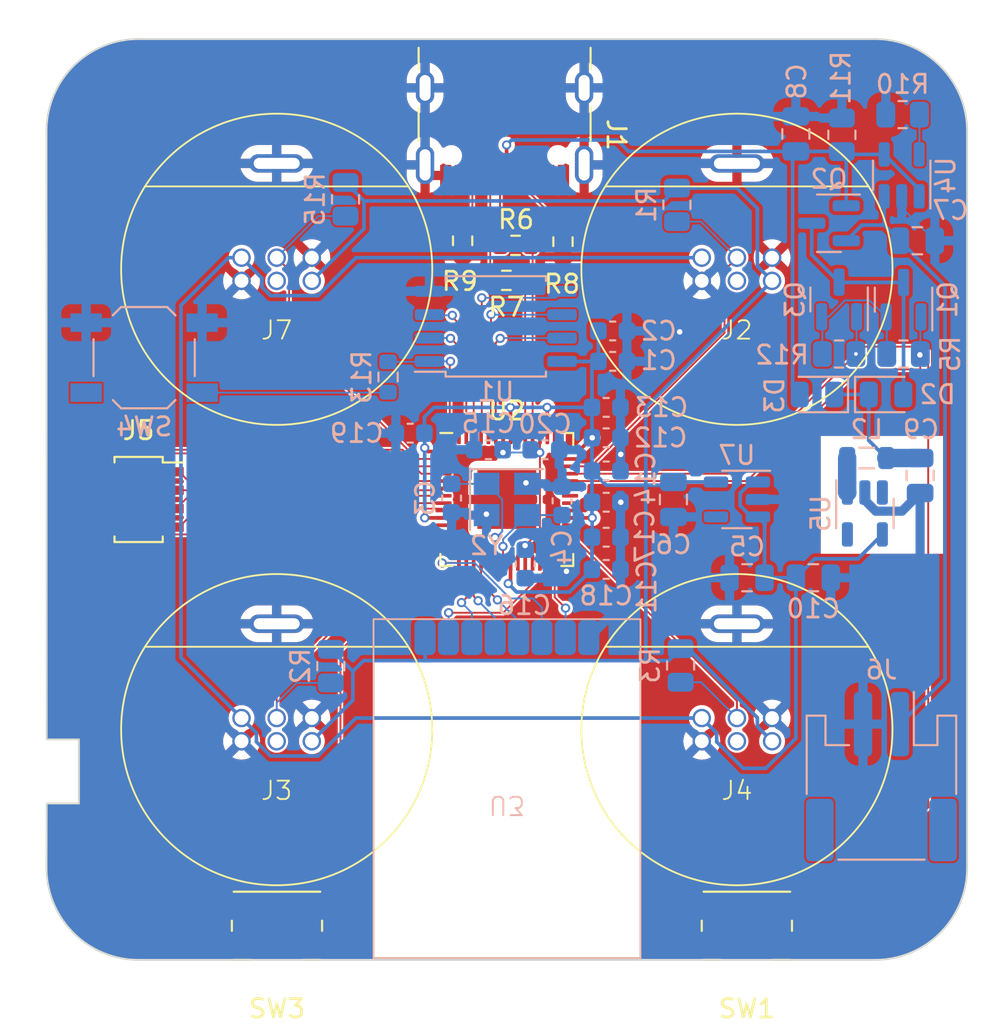
<source format=kicad_pcb>
(kicad_pcb (version 20221018) (generator pcbnew)
  (layers (0 "F.Cu" signal) (31 "B.Cu" signal) (34 "B.Paste" user) (35 "F.Paste" user) (36 "B.SilkS" user "B.Silkscreen") (37 "F.SilkS" user "F.Silkscreen") (38 "B.Mask" user) (39 "F.Mask" user) (44 "Edge.Cuts" user))
  (net 0 "")
  (net 1 "+3.3V")
  (net 2 "GND")
  (net 3 "Net-(U2-XIN)")
  (net 4 "Net-(U2-XOUT)")
  (net 5 "+5V")
  (net 6 "+BATT")
  (net 7 "VBUS")
  (net 8 "Net-(D2-K)")
  (net 9 "+1V1")
  (net 10 "Net-(D2-A)")
  (net 11 "Net-(J1-CC1)")
  (net 12 "Net-(J1-D+-PadA6)")
  (net 13 "Net-(J1-D--PadA7)")
  (net 15 "Net-(J1-CC2)")
  (net 17 "DATA_2")
  (net 19 "DATA_3")
  (net 21 "DATA_4")
  (net 23 "DATA_1")
  (net 25 "Net-(U5-SW)")
  (net 26 "PWR_ON")
  (net 27 "Net-(Q1-S)")
  (net 28 "PWR_SW")
  (net 29 "CONT_1")
  (net 30 "/Processor/USB_DM")
  (net 31 "/Processor/USB_DP")
  (net 32 "Net-(U4-PROG)")
  (net 33 "/Processor/QSPI_SS")
  (net 34 "Net-(R13-Pad2)")
  (net 35 "CONT_2")
  (net 36 "CONT_3")
  (net 37 "CONT_4")
  (net 38 "/Processor/PAIR")
  (net 39 "/Processor/QSPI_SD1")
  (net 40 "/Processor/QSPI_SD2")
  (net 41 "/Processor/QSPI_SD0")
  (net 42 "/Processor/QSPI_SCLK")
  (net 43 "/Processor/QSPI_SD3")
  (net 52 "NRF_CE")
  (net 53 "NRF_CS")
  (net 54 "SPI0_CLK")
  (net 55 "SPI0_MOSI")
  (net 56 "SPI0_MISO")
  (net 57 "NRF_IRQ")
  (net 61 "/Processor/PWR_LED")
  (net 62 "TX_LED")
  (net 63 "RX_LED")
  (footprint "Package_DFN_QFN:QFN-56-1EP_7x7mm_P0.4mm_EP3.2x3.2mm" (layer "F.Cu") (at 155.76 94.9)
    (fp_text reference "U2")
    (fp_text value "RP2040")
  )
  (footprint "Connector_PinSocket_1.00mm:PinSocket_2x04_P1.00mm_Vertical_SMD" (layer "F.Cu") (at 135.76 94.9)
    (fp_text reference "J5")
    (fp_text value "Conn_01x08_Socket")
  )
  (footprint "Connector_USB:USB_C_Receptacle_GCT_USB4105-xx-A_16P_TopMnt_Horizontal" (layer "F.Cu") (at 155.64 73.625 180)
    (fp_text reference "J1")
    (fp_text value "USB_C_Receptacle_USB2.0")
  )
  (footprint "Resistor_SMD:R_0603_1608Metric" (layer "F.Cu") (at 158.81 80.9 -90)
    (fp_text reference "R8")
    (fp_text value "5K1")
  )
  (footprint "Resistor_SMD:R_0603_1608Metric" (layer "F.Cu") (at 156.235 81.1)
    (fp_text reference "R6")
    (fp_text value "27")
  )
  (footprint "Button_Switch_SMD:Panasonic_EVQPUK_EVQPUB" (layer "F.Cu") (at 168.8 118.05 180)
    (fp_text reference "SW1")
    (fp_text value "PWR")
  )
  (footprint "Resistor_SMD:R_0603_1608Metric" (layer "F.Cu") (at 153.36 80.85 -90)
    (fp_text reference "R9")
    (fp_text value "5K1")
  )
  (footprint "GameCube Controllers:Gamecube Controller Socket" (layer "F.Cu") (at 143.26 82.4)
    (fp_text reference "J7")
    (fp_text value "Controller 1")
  )
  (footprint "GameCube Controllers:Gamecube Controller Socket" (layer "F.Cu") (at 168.26 107.4)
    (fp_text reference "J4")
    (fp_text value "Controller 4")
  )
  (footprint "GameCube Controllers:Gamecube Controller Socket" (layer "F.Cu") (at 143.26 107.4)
    (fp_text reference "J3")
    (fp_text value "Controller 3")
  )
  (footprint "Button_Switch_SMD:Panasonic_EVQPUK_EVQPUB" (layer "F.Cu") (at 143.275 118.05 180)
    (fp_text reference "SW3")
    (fp_text value "SW_PAIR")
  )
  (footprint "GameCube Controllers:Gamecube Controller Socket" (layer "F.Cu") (at 168.26 82.4)
    (fp_text reference "J2")
    (fp_text value "Controller 2")
  )
  (footprint "Resistor_SMD:R_0603_1608Metric" (layer "F.Cu") (at 155.735 83)
    (fp_text reference "R7")
    (fp_text value "27")
  )
  (footprint "Capacitor_SMD:C_0603_1608Metric" (layer "B.Cu") (at 156.76 98.4 -90)
    (fp_text reference "C16")
    (fp_text value "100n")
  )
  (footprint "Capacitor_SMD:C_0603_1608Metric" (layer "B.Cu") (at 161.16 95.05)
    (fp_text reference "C17")
    (fp_text value "100n")
  )
  (footprint "Capacitor_SMD:C_0603_1608Metric" (layer "B.Cu") (at 161.51 85.75)
    (fp_text reference "C2")
    (fp_text value "2u2")
  )
  (footprint "Diode_SMD:D_0805_2012Metric" (layer "B.Cu") (at 176.36 89.2)
    (fp_text reference "D2")
    (fp_text value "D_Schottky")
  )
  (footprint "Crystal:Crystal_SMD_Abracon_ABM8G-4Pin_3.2x2.5mm" (layer "B.Cu") (at 155.76 94.9)
    (fp_text reference "Y2")
    (fp_text value "Crystal_GND24")
  )
  (footprint "Capacitor_SMD:C_0805_2012Metric" (layer "B.Cu") (at 178.06 80.85)
    (fp_text reference "C7")
    (fp_text value "1uF")
  )
  (footprint "Capacitor_SMD:C_0805_2012Metric" (layer "B.Cu") (at 172.41 99.15)
    (fp_text reference "C10")
    (fp_text value "22uF")
  )
  (footprint "Resistor_SMD:R_0805_2012Metric" (layer "B.Cu") (at 165 78.9 -90)
    (fp_text reference "R1")
    (fp_text value "1K")
  )
  (footprint "Resistor_SMD:R_0805_2012Metric" (layer "B.Cu") (at 147 78.6 -90)
    (fp_text reference "R15")
    (fp_text value "1K")
  )
  (footprint "Capacitor_SMD:C_0603_1608Metric" (layer "B.Cu") (at 152.76 94.825 -90)
    (fp_text reference "C3")
    (fp_text value "15p")
  )
  (footprint "Resistor_SMD:R_0805_2012Metric" (layer "B.Cu") (at 177.26 74 180)
    (fp_text reference "R10")
    (fp_text value "2K")
  )
  (footprint "Package_SO:SOIC-8_5.23x5.23mm_P1.27mm" (layer "B.Cu") (at 155.16 85.5)
    (fp_text reference "U1")
    (fp_text value "W25Q32JVSS")
  )
  (footprint "Diode_SMD:D_0805_2012Metric" (layer "B.Cu") (at 172.61 89.2 180)
    (fp_text reference "D3")
    (fp_text value "D_Schottky")
  )
  (footprint "Package_TO_SOT_SMD:SOT-23" (layer "B.Cu") (at 173.81 84.0375 90)
    (fp_text reference "Q3")
    (fp_text value "AO3401A")
  )
  (footprint "Capacitor_SMD:C_0603_1608Metric" (layer "B.Cu") (at 154.76 92.2 180)
    (fp_text reference "C15")
    (fp_text value "2u2")
  )
  (footprint "Capacitor_SMD:C_0603_1608Metric" (layer "B.Cu") (at 161.16 98.7)
    (fp_text reference "C18")
    (fp_text value "100n")
  )
  (footprint "Package_TO_SOT_SMD:SOT-23-5" (layer "B.Cu") (at 175.21 95.66 -90)
    (fp_text reference "U5")
    (fp_text value "TPS613223ADBV")
  )
  (footprint "Inductor_SMD:L_0805_2012Metric" (layer "B.Cu") (at 175.31 92.65 180)
    (fp_text reference "L2")
    (fp_text value "2.2uH")
  )
  (footprint "Resistor_SMD:R_0805_2012Metric" (layer "B.Cu") (at 173.96 75.1 -90)
    (fp_text reference "R11")
    (fp_text value "10K")
  )
  (footprint "Capacitor_SMD:C_0603_1608Metric" (layer "B.Cu") (at 161.16 93.35)
    (fp_text reference "C14")
    (fp_text value "100n")
  )
  (footprint "Package_TO_SOT_SMD:SOT-23-5" (layer "B.Cu") (at 177.21 77.3 90)
    (fp_text reference "U4")
    (fp_text value "MCP73812T-420I-OT")
  )
  (footprint "Button_Switch_SMD:SW_SPST_TL3342" (layer "B.Cu") (at 136.06 87.2)
    (fp_text reference "SW4")
    (fp_text value "SW_BOOT")
  )
  (footprint "Capacitor_SMD:C_0805_2012Metric" (layer "B.Cu") (at 168.81 99.15 180)
    (fp_text reference "C5")
    (fp_text value "1u")
  )
  (footprint "Capacitor_SMD:C_0805_2012Metric" (layer "B.Cu") (at 178.21 93.6 -90)
    (fp_text reference "C9")
    (fp_text value "4.7uF")
  )
  (footprint "Capacitor_SMD:C_0805_2012Metric" (layer "B.Cu") (at 164.81 94.9 -90)
    (fp_text reference "C6")
    (fp_text value "1u")
  )
  (footprint "Capacitor_SMD:C_0603_1608Metric" (layer "B.Cu") (at 158.76 94.975 -90)
    (fp_text reference "C4")
    (fp_text value "15p")
  )
  (footprint "Capacitor_SMD:C_0603_1608Metric" (layer "B.Cu") (at 157.835 92.2)
    (fp_text reference "C20")
    (fp_text value "100n")
  )
  (footprint "Capacitor_SMD:C_0603_1608Metric" (layer "B.Cu") (at 150.51 91.3 180)
    (fp_text reference "C19")
    (fp_text value "100n")
  )
  (footprint "Capacitor_SMD:C_0603_1608Metric" (layer "B.Cu") (at 161.16 96.95)
    (fp_text reference "C11")
    (fp_text value "2u2")
  )
  (footprint "Capacitor_SMD:C_0603_1608Metric" (layer "B.Cu") (at 161.16 89.9)
    (fp_text reference "C13")
    (fp_text value "100n")
  )
  (footprint "Resistor_SMD:R_0805_2012Metric" (layer "B.Cu") (at 173.81 87)
    (fp_text reference "R12")
    (fp_text value "10k")
  )
  (footprint "Capacitor_SMD:C_0603_1608Metric" (layer "B.Cu") (at 161.51 87.4)
    (fp_text reference "C1")
    (fp_text value "100n")
  )
  (footprint "Resistor_SMD:R_0805_2012Metric" (layer "B.Cu") (at 146.2 103.95 -90)
    (fp_text reference "R2")
    (fp_text value "1K")
  )
  (footprint "Package_TO_SOT_SMD:SOT-23" (layer "B.Cu") (at 177.31 84.05 90)
    (fp_text reference "Q1")
    (fp_text value "AO3401A")
  )
  (footprint "Package_TO_SOT_SMD:SOT-23" (layer "B.Cu") (at 173.26 79.9 180)
    (fp_text reference "Q2")
    (fp_text value "AO3401A")
  )
  (footprint "Capacitor_SMD:C_0603_1608Metric" (layer "B.Cu") (at 161.16 91.55)
    (fp_text reference "C12")
    (fp_text value "100n")
  )
  (footprint "GTS24:GTS24-SMD" (layer "B.Cu") (at 155.76 111)
    (fp_text reference "U3")
    (fp_text value "~")
  )
  (footprint "Capacitor_SMD:C_0805_2012Metric" (layer "B.Cu") (at 171.46 75.05 90)
    (fp_text reference "C8")
    (fp_text value "1uF")
  )
  (footprint "Resistor_SMD:R_0805_2012Metric" (layer "B.Cu") (at 165.2 103.9125 -90)
    (fp_text reference "R3")
    (fp_text value "1K")
  )
  (footprint "Resistor_SMD:R_0603_1608Metric" (layer "B.Cu") (at 149.31 88.25 -90)
    (fp_text reference "R13")
    (fp_text value "1K")
  )
  (footprint "Connector_JST:JST_PH_S2B-PH-SM4-TB_1x02-1MP_P2.00mm_Horizontal" (layer "B.Cu") (at 176.11 109.95 180)
    (fp_text reference "J6")
    (fp_text value "Conn_01x02_Pin")
  )
  (footprint "Package_TO_SOT_SMD:SOT-23-5" (layer "B.Cu") (at 168.26 94.9 180)
    (fp_text reference "U7")
    (fp_text value "MIC5504-3.3YM5")
  )
  (footprint "Resistor_SMD:R_0805_2012Metric" (layer "B.Cu") (at 177.31 87 180)
    (fp_text reference "R5")
    (fp_text value "10k")
  )
  (gr_arc (start 175.76 69.9) (mid 179.295534 71.364466) (end 180.76 74.9) (stroke (width 0.1)) (layer "Edge.Cuts"))
  (gr_line (start 135.76 69.9) (end 175.76 69.9) (stroke (width 0.1)) (layer "Edge.Cuts"))
  (gr_line (start 130.77 111.41) (end 132.52 111.41) (stroke (width 0.1)) (layer "Edge.Cuts"))
  (gr_line (start 130.77 111.41) (end 130.76 114.9) (stroke (width 0.1)) (layer "Edge.Cuts"))
  (gr_arc (start 180.76 114.9) (mid 179.295534 118.435534) (end 175.76 119.9) (stroke (width 0.1)) (layer "Edge.Cuts"))
  (gr_line (start 180.76 74.9) (end 180.76 114.9) (stroke (width 0.1)) (layer "Edge.Cuts"))
  (gr_line (start 130.77 107.93) (end 130.76 74.9) (stroke (width 0.1)) (layer "Edge.Cuts"))
  (gr_line (start 175.76 119.9) (end 135.76 119.9) (stroke (width 0.1)) (layer "Edge.Cuts"))
  (gr_line (start 132.52 107.93) (end 130.77 107.93) (stroke (width 0.1)) (layer "Edge.Cuts"))
  (gr_line (start 132.52 111.41) (end 132.52 107.93) (stroke (width 0.1)) (layer "Edge.Cuts"))
  (gr_arc (start 130.76 74.9) (mid 132.224466 71.364466) (end 135.76 69.9) (stroke (width 0.1)) (layer "Edge.Cuts"))
  (gr_arc (start 135.76 119.9) (mid 132.224466 118.435534) (end 130.76 114.9) (stroke (width 0.1)) (layer "Edge.Cuts"))
  (segment (start 155.96 91.4625) (end 156.36 91.4625) (width 0.2) (layer "F.Cu") (net 1))
  (segment (start 159.1975 95.9) (end 160.35 95.9) (width 0.2) (layer "F.Cu") (net 1))
  (segment (start 157.96 91.4625) (end 157.96 89.9) (width 0.2) (layer "F.Cu") (net 1))
  (segment (start 160.35 95.9) (end 160.385 95.9) (width 0.2) (layer "F.Cu") (net 1))
  (segment (start 155.96 99.345962) (end 155.838847 99.467115) (width 0.2) (layer "F.Cu") (net 1))
  (segment (start 159.1975 92.3) (end 159.635 92.3) (width 0.2) (layer "F.Cu") (net 1))
  (segment (start 155.96 91.4625) (end 155.96 89.9) (width 0.2) (layer "F.Cu") (net 1))
  (segment (start 151.31 95.9) (end 152.3225 95.9) (width 0.2) (layer "F.Cu") (net 1))
  (segment (start 155.96 98.3375) (end 155.96 99.345962) (width 0.2) (layer "F.Cu") (net 1))
  (segment (start 151.5 92.3) (end 151.3 92.1) (width 0.2) (layer "F.Cu") (net 1))
  (segment (start 152.3225 92.3) (end 151.5 92.3) (width 0.2) (layer "F.Cu") (net 1))
  (segment (start 159.635 92.3) (end 160.385 91.55) (width 0.2) (layer "F.Cu") (net 1))
  (via (at 157.95 89.9) (size 0.5) (drill 0.3) (layers "F.Cu" "B.Cu") (net 1))
  (via (at 155.95 89.9) (size 0.5) (drill 0.3) (layers "F.Cu" "B.Cu") (net 1))
  (via (at 160.4 95.9) (size 0.5) (drill 0.3) (layers "F.Cu" "B.Cu") (net 1))
  (via (at 155.838847 99.467115) (size 0.5) (drill 0.3) (layers "F.Cu" "B.Cu") (net 1))
  (via (at 151.3 95.9) (size 0.5) (drill 0.3) (layers "F.Cu" "B.Cu") (net 1))
  (via (at 151.3 92.1) (size 0.5) (drill 0.3) (layers "F.Cu" "B.Cu") (net 1))
  (via (at 160.4 91.55) (size 0.5) (drill 0.3) (layers "F.Cu" "B.Cu") (net 1))
  (segment (start 164.81 93.95) (end 164.635 94.125) (width 0.2) (layer "B.Cu") (net 1))
  (segment (start 147.978872 103.65) (end 151.6 103.65) (width 0.2) (layer "B.Cu") (net 1))
  (segment (start 160.385 96.95) (end 160.385 98.7) (width 0.2) (layer "B.Cu") (net 1))
  (segment (start 151.285 95.875) (end 151.31 95.9) (width 0.2) (layer "B.Cu") (net 1))
  (segment (start 164.3 78.6875) (end 148 78.6875) (width 0.2) (layer "B.Cu") (net 1))
  (segment (start 160.735 87.4) (end 160.385 87.75) (width 0.2) (layer "B.Cu") (net 1))
  (segment (start 164.55 103.65) (end 165.2 103) (width 0.2) (layer "B.Cu") (net 1))
  (segment (start 151.3 95.9) (end 151.25 95.9) (width 0.2) (layer "B.Cu") (net 1))
  (segment (start 164.635 94.125) (end 163.31 94.125) (width 0.2) (layer "B.Cu") (net 1))
  (segment (start 163.31 94.125) (end 161.16 94.125) (width 0.2) (layer "B.Cu") (net 1))
  (segment (start 147.395686 104.233186) (end 147.978872 103.65) (width 0.2) (layer "B.Cu") (net 1))
  (segment (start 160.385 95.05) (end 160.385 95.9) (width 0.2) (layer "B.Cu") (net 1))
  (segment (start 155.96 89.9) (end 157.95 89.9) (width 0.2) (layer "B.Cu") (net 1))
  (segment (start 165.621371 103) (end 169.37 106.748629) (width 0.2) (layer "B.Cu") (net 1))
  (segment (start 160.385 90.575) (end 160.4 91.55) (width 0.2) (layer "B.Cu") (net 1))
  (segment (start 151.3 92.1) (end 151.3 95.9) (width 0.2) (layer "B.Cu") (net 1))
  (segment (start 163.31 103.65) (end 151.6 103.65) (width 0.2) (layer "B.Cu") (net 1))
  (segment (start 160.385 87.75) (end 160.385 89.9) (width 0.2) (layer "B.Cu") (net 1))
  (segment (start 147.395686 105.804314) (end 145.17 108.03) (width 0.2) (layer "B.Cu") (net 1))
  (segment (start 163.31 94.125) (end 163.31 103.65) (width 0.2) (layer "B.Cu") (net 1))
  (segment (start 156.292538 99.925) (end 155.888598 99.52106) (width 0.2) (layer "B.Cu") (net 1))
  (segment (start 161.16 94.125) (end 160.385 93.35) (width 0.2) (layer "B.Cu") (net 1))
  (segment (start 160.385 91.55) (end 160.385 91.585) (width 0.2) (layer "B.Cu") (net 1))
  (segment (start 151.25 95.84) (end 151.31 95.9) (width 0.2) (layer "B.Cu") (net 1))
  (segment (start 157.95 89.9) (end 157.96 89.9) (width 0.2) (layer "B.Cu") (net 1))
  (segment (start 160.735 85.75) (end 160.735 85.5125) (width 0.2) (layer "B.Cu") (net 1))
  (segment (start 168.26 77.9875) (end 169.37 79.0975) (width 0.2) (layer "B.Cu") (net 1))
  (segment (start 160.4 95.9) (end 160.385 96.95) (width 0.2) (layer "B.Cu") (net 1))
  (segment (start 155.888598 99.52106) (end 155.888598 99.46214) (width 0.2) (layer "B.Cu") (net 1))
  (segment (start 160.4 91.6) (end 160.385 91.615) (width 0.2) (layer "B.Cu") (net 1))
  (segment (start 160.385 91.615) (end 160.385 93.35) (width 0.2) (layer "B.Cu") (net 1))
  (segment (start 148 80.2) (end 148 78.6875) (width 0.2) (layer "B.Cu") (net 1))
  (segment (start 151.25 95.9) (end 151.25 95.84) (width 0.2) (layer "B.Cu") (net 1))
  (segment (start 151.6 103.65) (end 151.26 103.65) (width 0.2) (layer "B.Cu") (net 1))
  (segment (start 148 78.6875) (end 147 77.6875) (width 0.2) (layer "B.Cu") (net 1))
  (segment (start 151.31 95.9) (end 151.3 95.9) (width 0.2) (layer "B.Cu") (net 1))
  (segment (start 155.95 89.9) (end 151.81 89.9) (width 0.2) (layer "B.Cu") (net 1))
  (segment (start 169.37 82.23) (end 170.17 83.03) (width 0.2) (layer "B.Cu") (net 1))
  (segment (start 163.31 89.89) (end 170.17 83.03) (width 0.2) (layer "B.Cu") (net 1))
  (segment (start 167.1225 93.95) (end 164.81 93.95) (width 0.2) (layer "B.Cu") (net 1))
  (segment (start 151.81 89.9) (end 151.285 90.425) (width 0.2) (layer "B.Cu") (net 1))
  (segment (start 160.385 93.35) (end 160.385 95.05) (width 0.2) (layer "B.Cu") (net 1))
  (segment (start 160.385 91.585) (end 160.4 91.6) (width 0.2) (layer "B.Cu") (net 1))
  (segment (start 151.3 91.315) (end 151.285 91.3) (width 0.2) (layer "B.Cu") (net 1))
  (segment (start 151.3 92.1) (end 151.3 91.315) (width 0.2) (layer "B.Cu") (net 1))
  (segment (start 157.96 89.9) (end 160.385 89.9) (width 0.2) (layer "B.Cu") (net 1))
  (segment (start 147.395686 104.233186) (end 147.395686 105.804314) (width 0.2) (layer "B.Cu") (net 1))
  (segment (start 165 77.9875) (end 164.3 78.6875) (width 0.2) (layer "B.Cu") (net 1))
  (segment (start 165 77.9875) (end 168.26 77.9875) (width 0.2) (layer "B.Cu") (net 1))
  (segment (start 169.37 79.0975) (end 169.37 82.23) (width 0.2) (layer "B.Cu") (net 1))
  (segment (start 160.735 85.75) (end 160.735 87.4) (width 0.2) (layer "B.Cu") (net 1))
  (segment (start 163.31 94.125) (end 163.31 89.89) (width 0.2) (layer "B.Cu") (net 1))
  (segment (start 151.32 102.4) (end 151.32 103.59) (width 0.2) (layer "B.Cu") (net 1))
  (segment (start 160.385 95.9) (end 160.4 95.9) (width 0.2) (layer "B.Cu") (net 1))
  (segment (start 169.37 106.748629) (end 169.37 107.23) (width 0.2) (layer "B.Cu") (net 1))
  (segment (start 147 77.6875) (end 147.3925 78.08) (width 0.2) (layer "B.Cu") (net 1))
  (segment (start 160.385 90.575) (end 160.385 89.9) (width 0.2) (layer "B.Cu") (net 1))
  (segment (start 151.32 103.59) (end 151.26 103.65) (width 0.2) (layer "B.Cu") (net 1))
  (segment (start 165.2 103) (end 165.621371 103) (width 0.2) (layer "B.Cu") (net 1))
  (segment (start 155.96 89.9) (end 155.95 89.9) (width 0.2) (layer "B.Cu") (net 1))
  (segment (start 158.76 87.405) (end 160.73 87.405) (width 0.2) (layer "B.Cu") (net 1))
  (segment (start 159.16 99.925) (end 156.292538 99.925) (width 0.2) (layer "B.Cu") (net 1))
  (segment (start 160.73 87.405) (end 160.735 87.4) (width 0.2) (layer "B.Cu") (net 1))
  (segment (start 145.17 83.03) (end 148 80.2) (width 0.2) (layer "B.Cu") (net 1))
  (segment (start 163.31 103.65) (end 164.55 103.65) (width 0.2) (layer "B.Cu") (net 1))
  (segment (start 151.285 90.425) (end 151.285 91.3) (width 0.2) (layer "B.Cu") (net 1))
  (segment (start 160.385 98.7) (end 159.16 99.925) (width 0.2) (layer "B.Cu") (net 1))
  (segment (start 169.37 107.23) (end 170.17 108.03) (width 0.2) (layer "B.Cu") (net 1))
  (segment (start 146.2 103.0375) (end 147.395686 104.233186) (width 0.2) (layer "B.Cu") (net 1))
  (segment (start 160.4 91.55) (end 160.385 91.55) (width 0.2) (layer "B.Cu") (net 1))
  (segment (start 159.1975 94.3) (end 158.12 94.3) (width 0.1) (layer "F.Cu") (net 2))
  (segment (start 154.76 98.3375) (end 154.76 97.81) (width 0.1) (layer "F.Cu") (net 2))
  (segment (start 154.76 97.81) (end 154.3 97.35) (width 0.1) (layer "F.Cu") (net 2))
  (segment (start 158.36 91.4625) (end 158.36 90.69) (width 0.1) (layer "F.Cu") (net 2))
  (segment (start 158.36 90.69) (end 159.05 90) (width 0.1) (layer "F.Cu") (net 2))
  (via (at 165.15 85.8) (size 0.5) (drill 0.3) (layers "F.Cu" "B.Cu") (net 2))
  (via (at 156.8 94) (size 0.5) (drill 0.3) (layers "F.Cu" "B.Cu") (net 2))
  (via (at 159 98.8) (size 0.5) (drill 0.3) (layers "F.Cu" "B.Cu") (net 2))
  (via (at 154.65 95.7) (size 0.5) (drill 0.3) (layers "F.Cu" "B.Cu") (net 2))
  (via (at 161.95 92.45) (size 0.5) (drill 0.3) (layers "F.Cu" "B.Cu") (net 2))
  (via (at 161.95 95.05) (size 0.5) (drill 0.3) (layers "F.Cu" "B.Cu") (net 2))
  (segment (start 156.8 94) (end 156.85 94.05) (width 0.1) (layer "B.Cu") (net 2))
  (segment (start 177.225 95.535) (end 178.21 94.55) (width 0.5) (layer "B.Cu") (net 2))
  (segment (start 156.86 94.05) (end 156.8 94) (width 0.1) (layer "B.Cu") (net 2))
  (segment (start 175.21 94.942107) (end 175.802893 95.535) (width 0.5) (layer "B.Cu") (net 2))
  (segment (start 158.61 94.05) (end 158.76 94.2) (width 0.1) (layer "B.Cu") (net 2))
  (segment (start 175.21 94.5225) (end 175.21 94.942107) (width 0.5) (layer "B.Cu") (net 2))
  (segment (start 154.66 95.75) (end 154.65 95.7) (width 0.1) (layer "B.Cu") (net 2))
  (segment (start 152.91 95.75) (end 152.76 95.6) (width 0.1) (layer "B.Cu") (net 2))
  (segment (start 178.21 94.55) (end 178.21 99.24) (width 0.5) (layer "B.Cu") (net 2))
  (segment (start 179.01 80.85) (end 177.21 79.05) (width 0.1) (layer "B.Cu") (net 2))
  (segment (start 177.21 79.05) (end 177.21 78.4375) (width 0.1) (layer "B.Cu") (net 2))
  (segment (start 156.85 94.05) (end 158.61 94.05) (width 0.1) (layer "B.Cu") (net 2))
  (segment (start 175.802893 95.535) (end 177.225 95.535) (width 0.5) (layer "B.Cu") (net 2))
  (segment (start 154.65 95.7) (end 152.91 95.75) (width 0.1) (layer "B.Cu") (net 2))
  (segment (start 155.1 96.98305) (end 155.1 98.2775) (width 0.1) (layer "F.Cu") (net 3))
  (segment (start 155.118494 96.964556) (end 155.1 96.98305) (width 0.1) (layer "F.Cu") (net 3))
  (segment (start 155.1 98.2775) (end 155.16 98.3375) (width 0.1) (layer "F.Cu") (net 3))
  (via (at 155.118494 96.964556) (size 0.5) (drill 0.3) (layers "F.Cu" "B.Cu") (net 3))
  (segment (start 154.66 94.05) (end 155.51 94.9) (width 0.1) (layer "B.Cu") (net 3))
  (segment (start 155.51 94.9) (end 155.51 96.642341) (width 0.1) (layer "B.Cu") (net 3))
  (segment (start 155.51 96.642341) (end 155.187785 96.964556) (width 0.1) (layer "B.Cu") (net 3))
  (segment (start 152.76 94.05) (end 154.66 94.05) (width 0.1) (layer "B.Cu") (net 3))
  (segment (start 155.187785 96.964556) (end 155.118494 96.964556) (width 0.1) (layer "B.Cu") (net 3))
  (segment (start 155.56 98.3375) (end 155.55 97.45) (width 0.1) (layer "F.Cu") (net 4))
  (segment (start 155.55 97.45) (end 155.56 97.45) (width 0.1) (layer "F.Cu") (net 4))
  (via (at 155.55 97.45) (size 0.5) (drill 0.3) (layers "F.Cu" "B.Cu") (net 4))
  (segment (start 155.56 97.05) (end 155.56 97.45) (width 0.1) (layer "B.Cu") (net 4))
  (segment (start 156.86 95.75) (end 158.76 95.75) (width 0.1) (layer "B.Cu") (net 4))
  (segment (start 156.86 95.75) (end 155.56 97.05) (width 0.1) (layer "B.Cu") (net 4))
  (segment (start 168.598629 109.5) (end 167.16 108.061371) (width 0.2) (layer "B.Cu") (net 5))
  (segment (start 145.501371 83.83) (end 142.928629 83.83) (width 0.2) (layer "B.Cu") (net 5))
  (segment (start 166.35 106.77) (end 147.561371 106.77) (width 0.2) (layer "B.Cu") (net 5))
  (segment (start 142.928629 83.83) (end 142.46 83.361371) (width 0.2) (layer "B.Cu") (net 5))
  (segment (start 169.048604 95.85) (end 169.3975 95.85) (width 0.2) (layer "B.Cu") (net 5))
  (segment (start 167.16 108.061371) (end 167.16 107.58) (width 0.2) (layer "B.Cu") (net 5))
  (segment (start 142.46 83.361371) (end 142.46 82.88) (width 0.2) (layer "B.Cu") (net 5))
  (segment (start 142.928629 108.83) (end 142.16 108.061371) (width 0.2) (layer "B.Cu") (net 5))
  (segment (start 176.16 96.7975) (end 174.8325 98.125) (width 0.2) (layer "B.Cu") (net 5))
  (segment (start 140.642894 81.77) (end 138.06 84.352894) (width 0.2) (layer "B.Cu") (net 5))
  (segment (start 165.06 81.77) (end 147.561371 81.77) (width 0.2) (layer "B.Cu") (net 5))
  (segment (start 171.46 107.871371) (end 169.831371 109.5) (width 0.2) (layer "B.Cu") (net 5))
  (segment (start 138.06 84.352894) (end 138.06 103.48) (width 0.2) (layer "B.Cu") (net 5))
  (segment (start 141.35 81.77) (end 140.642894 81.77) (width 0.2) (layer "B.Cu") (net 5))
  (segment (start 145.501371 108.83) (end 142.928629 108.83) (width 0.2) (layer "B.Cu") (net 5))
  (segment (start 168.435 95.236396) (end 169.048604 95.85) (width 0.2) (layer "B.Cu") (net 5))
  (segment (start 147.561371 106.77) (end 145.501371 108.83) (width 0.2) (layer "B.Cu") (net 5))
  (segment (start 169.3975 93.95) (end 169.048604 93.95) (width 0.2) (layer "B.Cu") (net 5))
  (segment (start 169.7975 96.25) (end 169.76 96.2875) (width 0.2) (layer "B.Cu") (net 5))
  (segment (start 172.485 98.125) (end 171.46 99.15) (width 0.2) (layer "B.Cu") (net 5))
  (segment (start 169.7975 96.25) (end 169.3975 95.85) (width 0.2) (layer "B.Cu") (net 5))
  (segment (start 168.435 94.563604) (end 168.435 95.236396) (width 0.2) (layer "B.Cu") (net 5))
  (segment (start 169.048604 93.95) (end 168.435 94.563604) (width 0.2) (layer "B.Cu") (net 5))
  (segment (start 169.76 96.2875) (end 169.76 99.15) (width 0.2) (layer "B.Cu") (net 5))
  (segment (start 142.16 107.58) (end 141.35 106.77) (width 0.2) (layer "B.Cu") (net 5))
  (segment (start 142.16 108.061371) (end 142.16 107.58) (width 0.2) (layer "B.Cu") (net 5))
  (segment (start 169.831371 109.5) (end 168.598629 109.5) (width 0.2) (layer "B.Cu") (net 5))
  (segment (start 169.76 99.15) (end 171.46 99.15) (width 0.2) (layer "B.Cu") (net 5))
  (segment (start 171.46 99.15) (end 171.46 107.871371) (width 0.2) (layer "B.Cu") (net 5))
  (segment (start 142.46 82.88) (end 141.35 81.77) (width 0.2) (layer "B.Cu") (net 5))
  (segment (start 147.561371 81.77) (end 145.501371 83.83) (width 0.2) (layer "B.Cu") (net 5))
  (segment (start 167.16 107.58) (end 166.35 106.77) (width 0.2) (layer "B.Cu") (net 5))
  (segment (start 166.35 81.77) (end 165.06 81.77) (width 0.2) (layer "B.Cu") (net 5))
  (segment (start 138.06 103.48) (end 141.35 106.77) (width 0.2) (layer "B.Cu") (net 5))
  (segment (start 174.8325 98.125) (end 172.485 98.125) (width 0.2) (layer "B.Cu") (net 5))
  (segment (start 176.26 78.4375) (end 176.26 80) (width 0.2) (layer "B.Cu") (net 6))
  (segment (start 176.26 80) (end 175.0475 80) (width 0.2) (layer "B.Cu") (net 6))
  (segment (start 176.26 80) (end 177.11 80.85) (width 0.2) (layer "B.Cu") (net 6))
  (segment (start 175.0475 80) (end 174.1975 80.85) (width 0.2) (layer "B.Cu") (net 6))
  (segment (start 177.11 80.85) (end 179.56 83.3) (width 0.2) (layer "B.Cu") (net 6))
  (segment (start 179.56 83.3) (end 179.56 104.65) (width 0.2) (layer "B.Cu") (net 6))
  (segment (start 179.56 104.65) (end 177.11 107.1) (width 0.2) (layer "B.Cu") (net 6))
  (segment (start 153.44 77.105) (end 153.44 76.43) (width 0.2) (layer "F.Cu") (net 7))
  (segment (start 153.64 76.23) (end 155.75 76.23) (width 0.2) (layer "F.Cu") (net 7))
  (segment (start 155.75 75.65) (end 155.75 76.23) (width 0.2) (layer "F.Cu") (net 7))
  (segment (start 153.24 77.305) (end 153.44 77.105) (width 0.2) (layer "F.Cu") (net 7))
  (segment (start 157.84 77.105) (end 158.04 77.305) (width 0.2) (layer "F.Cu") (net 7))
  (segment (start 155.75 76.23) (end 157.64 76.23) (width 0.2) (layer "F.Cu") (net 7))
  (segment (start 153.44 76.43) (end 153.64 76.23) (width 0.2) (layer "F.Cu") (net 7))
  (segment (start 157.64 76.23) (end 157.84 76.43) (width 0.2) (layer "F.Cu") (net 7))
  (segment (start 157.84 76.43) (end 157.84 77.105) (width 0.2) (layer "F.Cu") (net 7))
  (via (at 155.75 75.65) (size 0.5) (drill 0.3) (layers "F.Cu" "B.Cu") (net 7))
  (segment (start 162.371371 76) (end 161.751371 75.38) (width 0.2) (layer "B.Cu") (net 7))
  (segment (start 171.46 76) (end 173.9475 76) (width 0.2) (layer "B.Cu") (net 7))
  (segment (start 156.02 75.38) (end 155.75 75.65) (width 0.2) (layer "B.Cu") (net 7))
  (segment (start 174.1975 76.25) (end 174.1975 78.95) (width 0.2) (layer "B.Cu") (net 7))
  (segment (start 178.16 78.0625) (end 178.16 78.4375) (width 0.2) (layer "B.Cu") (net 7))
  (segment (start 171.285 88.8125) (end 171.285 76.175) (width 0.2) (layer "B.Cu") (net 7))
  (segment (start 173.9475 76) (end 173.96 76.0125) (width 0.2) (layer "B.Cu") (net 7))
  (segment (start 171.6725 89.2) (end 171.285 88.8125) (width 0.2) (layer "B.Cu") (net 7))
  (segment (start 161.751371 75.38) (end 156.02 75.38) (width 0.2) (layer "B.Cu") (net 7))
  (segment (start 171.46 76) (end 162.371371 76) (width 0.2) (layer "B.Cu") (net 7))
  (segment (start 176.26 76.1625) (end 174.11 76.1625) (width 0.2) (layer "B.Cu") (net 7))
  (segment (start 171.285 76.175) (end 171.46 76) (width 0.2) (layer "B.Cu") (net 7))
  (segment (start 176.26 76.1625) (end 178.16 78.0625) (width 0.2) (layer "B.Cu") (net 7))
  (segment (start 174.11 76.1625) (end 173.96 76.0125) (width 0.2) (layer "B.Cu") (net 7))
  (segment (start 173.96 76.0125) (end 174.1975 76.25) (width 0.2) (layer "B.Cu") (net 7))
  (segment (start 175.4225 89.2) (end 173.5475 89.2) (width 0.2) (layer "B.Cu") (net 8))
  (segment (start 175.4225 91.7) (end 176.3725 92.65) (width 0.2) (layer "B.Cu") (net 8))
  (segment (start 176.3725 92.65) (end 178.21 92.65) (width 1) (layer "B.Cu") (net 8))
  (segment (start 175.4225 89.2) (end 175.4225 91.7) (width 0.2) (layer "B.Cu") (net 8))
  (segment (start 156.71 97.45) (end 156.75 97.45) (width 0.1) (layer "F.Cu") (net 9))
  (segment (start 156.75 97.4) (end 156.75 97.41) (width 0.1) (layer "F.Cu") (net 9))
  (segment (start 156.76 97.4) (end 156.75 97.4) (width 0.1) (layer "F.Cu") (net 9))
  (segment (start 156.75 97.45) (end 156.75 97.41) (width 0.1) (layer "F.Cu") (net 9))
  (segment (start 157.56 91.4625) (end 157.56 92.35) (width 0.1) (layer "F.Cu") (net 9))
  (segment (start 156.75 97.41) (end 156.735 97.425) (width 0.1) (layer "F.Cu") (net 9))
  (segment (start 156.36 97.8) (end 156.71 97.45) (width 0.1) (layer "F.Cu") (net 9))
  (segment (start 155.55 92.35) (end 155.56 92.35) (width 0.1) (layer "F.Cu") (net 9))
  (segment (start 156.36 98.3375) (end 156.36 97.8) (width 0.1) (layer "F.Cu") (net 9))
  (segment (start 157.56 92.35) (end 157.56 96.6) (width 0.1) (layer "F.Cu") (net 9))
  (segment (start 155.934264 92.35) (end 155.55 92.35) (width 0.1) (layer "F.Cu") (net 9))
  (segment (start 157.56 96.6) (end 156.76 97.4) (width 0.1) (layer "F.Cu") (net 9))
  (segment (start 156.75 97.41) (end 156.735 97.425) (width 0.1) (layer "F.Cu") (net 9))
  (segment (start 155.56 91.4625) (end 155.56 92.35) (width 0.1) (layer "F.Cu") (net 9))
  (via (at 155.55 92.35) (size 0.5) (drill 0.3) (layers "F.Cu" "B.Cu") (net 9))
  (via (at 157.55 92.35) (size 0.5) (drill 0.3) (layers "F.Cu" "B.Cu") (net 9))
  (via (at 156.75 97.4) (size 0.5) (drill 0.3) (layers "F.Cu" "B.Cu") (net 9))
  (segment (start 155.56 92.35) (end 157.55 92.35) (width 0.1) (layer "B.Cu") (net 9))
  (segment (start 157.55 92.35) (end 157.56 92.35) (width 0.1) (layer "B.Cu") (net 9))
  (segment (start 173.81 83.1) (end 172.3225 81.6125) (width 0.2) (layer "B.Cu") (net 10))
  (segment (start 172.3225 81.6125) (end 172.3225 79.9) (width 0.2) (layer "B.Cu") (net 10))
  (segment (start 177.31 83.1125) (end 177.31 89.1875) (width 0.2) (layer "B.Cu") (net 10))
  (segment (start 177.31 89.1875) (end 177.2975 89.2) (width 0.2) (layer "B.Cu") (net 10))
  (segment (start 173.8225 83.1125) (end 173.81 83.1) (width 0.2) (layer "B.Cu") (net 10))
  (segment (start 177.31 83.1125) (end 173.8225 83.1125) (width 0.2) (layer "B.Cu") (net 10))
  (segment (start 156.89 77.305) (end 156.89 78.155) (width 0.1) (layer "F.Cu") (net 11))
  (segment (start 156.89 78.155) (end 158.81 80.075) (width 0.1) (layer "F.Cu") (net 11))
  (segment (start 154.94 76.58) (end 154.89 76.63) (width 0.1) (layer "F.Cu") (net 12))
  (segment (start 154.89 77.305) (end 154.86 77.335) (width 0.1) (layer "F.Cu") (net 12))
  (segment (start 154.86 82.95) (end 154.91 83) (width 0.1) (layer "F.Cu") (net 12))
  (segment (start 155.89 76.63) (end 155.84 76.58) (width 0.1) (layer "F.Cu") (net 12))
  (segment (start 155.89 77.305) (end 155.89 76.63) (width 0.1) (layer "F.Cu") (net 12))
  (segment (start 155.84 76.58) (end 154.94 76.58) (width 0.1) (layer "F.Cu") (net 12))
  (segment (start 154.89 76.63) (end 154.89 77.305) (width 0.1) (layer "F.Cu") (net 12))
  (segment (start 154.86 77.335) (end 154.86 82.95) (width 0.1) (layer "F.Cu") (net 12))
  (segment (start 155.39 77.98) (end 155.525 78.115) (width 0.1) (layer "F.Cu") (net 13))
  (segment (start 156.255 78.115) (end 156.39 77.98) (width 0.1) (layer "F.Cu") (net 13))
  (segment (start 155.39 81.08) (end 155.41 81.1) (width 0.1) (layer "F.Cu") (net 13))
  (segment (start 155.525 78.115) (end 156.255 78.115) (width 0.1) (layer "F.Cu") (net 13))
  (segment (start 156.39 77.98) (end 156.39 77.305) (width 0.1) (layer "F.Cu") (net 13))
  (segment (start 155.39 77.305) (end 155.39 77.98) (width 0.1) (layer "F.Cu") (net 13))
  (segment (start 155.39 77.305) (end 155.39 81.08) (width 0.1) (layer "F.Cu") (net 13))
  (segment (start 153.89 77.305) (end 153.89 79.495) (width 0.1) (layer "F.Cu") (net 15))
  (segment (start 153.89 79.495) (end 153.36 80.025) (width 0.1) (layer "F.Cu") (net 15))
  (segment (start 160.337817 93.1) (end 167.585 85.852817) (width 0.1) (layer "F.Cu") (net 17))
  (segment (start 167.585 82.445) (end 168.26 81.77) (width 0.1) (layer "F.Cu") (net 17))
  (segment (start 167.585 85.852817) (end 167.585 82.445) (width 0.1) (layer "F.Cu") (net 17))
  (segment (start 159.1975 93.1) (end 160.337817 93.1) (width 0.1) (layer "F.Cu") (net 17))
  (segment (start 165 79.8125) (end 166.3025 79.8125) (width 0.1) (layer "B.Cu") (net 17))
  (segment (start 166.3025 79.8125) (end 168.26 81.77) (width 0.1) (layer "B.Cu") (net 17))
  (segment (start 152.002157 96.3) (end 143.26 105.042157) (width 0.1) (layer "F.Cu") (net 19))
  (segment (start 143.26 105.042157) (end 143.26 106.77) (width 0.1) (layer "F.Cu") (net 19))
  (segment (start 152.3225 96.3) (end 152.002157 96.3) (width 0.1) (layer "F.Cu") (net 19))
  (segment (start 143.26 105.94) (end 143.26 106.77) (width 0.1) (layer "B.Cu") (net 19))
  (segment (start 144.3375 104.8625) (end 143.26 105.94) (width 0.1) (layer "B.Cu") (net 19))
  (segment (start 146.2 104.8625) (end 144.3375 104.8625) (width 0.1) (layer "B.Cu") (net 19))
  (segment (start 159.517843 97.1) (end 168.26 105.842157) (width 0.1) (layer "F.Cu") (net 21))
  (segment (start 159.1975 97.1) (end 159.517843 97.1) (width 0.1) (layer "F.Cu") (net 21))
  (segment (start 168.26 105.842157) (end 168.26 106.77) (width 0.1) (layer "F.Cu") (net 21))
  (segment (start 166.315 104.825) (end 168.26 106.77) (width 0.1) (layer "B.Cu") (net 21))
  (segment (start 165.2 104.825) (end 166.315 104.825) (width 0.1) (layer "B.Cu") (net 21))
  (segment (start 152.3225 92.7) (end 150.882183 92.7) (width 0.1) (layer "F.Cu") (net 23))
  (segment (start 143.935 82.445) (end 143.26 81.77) (width 0.1) (layer "F.Cu") (net 23))
  (segment (start 150.882183 92.7) (end 143.935 85.752817) (width 0.1) (layer "F.Cu") (net 23))
  (segment (start 143.935 85.752817) (end 143.935 82.445) (width 0.1) (layer "F.Cu") (net 23))
  (segment (start 145.5175 79.5125) (end 147 79.5125) (width 0.1) (layer "B.Cu") (net 23))
  (segment (start 143.26 81.77) (end 145.5175 79.5125) (width 0.1) (layer "B.Cu") (net 23))
  (segment (start 174.2475 92.65) (end 174.2475 94.51) (width 1) (layer "B.Cu") (net 25))
  (segment (start 174.2475 94.51) (end 174.26 94.5225) (width 1) (layer "B.Cu") (net 25))
  (segment (start 178.2 87.05) (end 178.2 87) (width 0.1) (layer "F.Cu") (net 26))
  (segment (start 174.8625 87.8375) (end 178.2225 87.8375) (width 0.1) (layer "F.Cu") (net 26))
  (segment (start 178.2225 87.8375) (end 178.2 87.05) (width 0.1) (layer "F.Cu") (net 26))
  (segment (start 178.2 87) (end 178.2225 87) (width 0.1) (layer "F.Cu") (net 26))
  (segment (start 159.1975 93.9) (end 168.8 93.9) (width 0.1) (layer "F.Cu") (net 26))
  (segment (start 168.8 93.9) (end 174.8625 87.8375) (width 0.1) (layer "F.Cu") (net 26))
  (via (at 178.2 87.05) (size 0.5) (drill 0.3) (layers "F.Cu" "B.Cu") (net 26))
  (segment (start 178.2225 85.025) (end 178.26 84.9875) (width 0.1) (layer "B.Cu") (net 26))
  (segment (start 178.2225 87) (end 178.2225 85.025) (width 0.1) (layer "B.Cu") (net 26))
  (segment (start 175.46 84.0875) (end 176.36 84.9875) (width 0.1) (layer "B.Cu") (net 27))
  (segment (start 172.86 84.975) (end 173.238185 84.975) (width 0.1) (layer "B.Cu") (net 27))
  (segment (start 172.86 84.975) (end 172.8975 85.0125) (width 0.1) (layer "B.Cu") (net 27))
  (segment (start 172.8975 85.0125) (end 172.8975 87) (width 0.1) (layer "B.Cu") (net 27))
  (segment (start 173.238185 84.975) (end 174.125685 84.0875) (width 0.1) (layer "B.Cu") (net 27))
  (segment (start 176.3975 85.025) (end 176.36 84.9875) (width 0.1) (layer "B.Cu") (net 27))
  (segment (start 174.125685 84.0875) (end 175.46 84.0875) (width 0.1) (layer "B.Cu") (net 27))
  (segment (start 176.3975 87) (end 176.3975 85.025) (width 0.1) (layer "B.Cu") (net 27))
  (segment (start 175.1225 86.6) (end 174.7225 87) (width 0.1) (layer "F.Cu") (net 28))
  (segment (start 178.65 86.863603) (end 178.386397 86.6) (width 0.1) (layer "F.Cu") (net 28))
  (segment (start 168.2225 93.5) (end 159.1975 93.5) (width 0.1) (layer "F.Cu") (net 28))
  (segment (start 171.375 118.9) (end 178.65 111.625) (width 0.1) (layer "F.Cu") (net 28))
  (segment (start 178.65 111.625) (end 178.65 86.863603) (width 0.1) (layer "F.Cu") (net 28))
  (segment (start 171.375 118.9) (end 166.225 118.9) (width 0.1) (layer "F.Cu") (net 28))
  (segment (start 174.7225 87) (end 168.2225 93.5) (width 0.1) (layer "F.Cu") (net 28))
  (segment (start 178.386397 86.6) (end 175.1225 86.6) (width 0.1) (layer "F.Cu") (net 28))
  (via (at 174.7225 87) (size 0.4) (drill 0.2) (layers "F.Cu" "B.Cu") (net 28))
  (segment (start 174.7225 87) (end 174.7225 87) (width 0.1) (layer "B.Cu") (net 28))
  (segment (start 174.75 87) (end 174.7225 87) (width 0.1) (layer "B.Cu") (net 28))
  (segment (start 174.76 86.9625) (end 174.75 86.9725) (width 0.1) (layer "B.Cu") (net 28))
  (segment (start 174.76 84.975) (end 174.76 86.9625) (width 0.1) (layer "B.Cu") (net 28))
  (segment (start 174.75 86.9725) (end 174.75 87) (width 0.1) (layer "B.Cu") (net 28))
  (segment (start 137.96 93.4) (end 138.46 93.9) (width 0.1) (layer "F.Cu") (net 29))
  (segment (start 137.285 93.4) (end 137.96 93.4) (width 0.1) (layer "F.Cu") (net 29))
  (segment (start 138.46 93.9) (end 152.3225 93.9) (width 0.1) (layer "F.Cu") (net 29))
  (segment (start 157.06 81.1) (end 157.16 81.2) (width 0.1) (layer "F.Cu") (net 30))
  (segment (start 157.16 81.2) (end 157.16 91.4625) (width 0.1) (layer "F.Cu") (net 30))
  (segment (start 156.56 83) (end 156.76 83.2) (width 0.1) (layer "F.Cu") (net 31))
  (segment (start 156.76 83.2) (end 156.76 91.4625) (width 0.1) (layer "F.Cu") (net 31))
  (segment (start 178.1725 76.15) (end 178.16 76.1625) (width 0.1) (layer "B.Cu") (net 32))
  (segment (start 178.1725 74) (end 178.1725 76.15) (width 0.1) (layer "B.Cu") (net 32))
  (segment (start 152.66 87.4) (end 152.66 90.9625) (width 0.1) (layer "F.Cu") (net 33))
  (segment (start 152.66 90.9625) (end 153.16 91.4625) (width 0.1) (layer "F.Cu") (net 33))
  (via (at 152.7 87.4) (size 0.5) (drill 0.3) (layers "F.Cu" "B.Cu") (net 33))
  (segment (start 152.65 87.4) (end 152.7 87.4) (width 0.1) (layer "B.Cu") (net 33))
  (segment (start 149.31 87.425) (end 151.54 87.425) (width 0.1) (layer "B.Cu") (net 33))
  (segment (start 151.565 87.4) (end 152.65 87.4) (width 0.1) (layer "B.Cu") (net 33))
  (segment (start 151.56 87.405) (end 151.565 87.4) (width 0.1) (layer "B.Cu") (net 33))
  (segment (start 152.7 87.4) (end 152.66 87.4) (width 0.1) (layer "B.Cu") (net 33))
  (segment (start 151.54 87.425) (end 151.56 87.405) (width 0.1) (layer "B.Cu") (net 33))
  (segment (start 149.285 89.1) (end 149.31 89.075) (width 0.1) (layer "B.Cu") (net 34))
  (segment (start 139.21 89.1) (end 149.285 89.1) (width 0.1) (layer "B.Cu") (net 34))
  (segment (start 152.2225 94.4) (end 152.3225 94.3) (width 0.1) (layer "F.Cu") (net 35))
  (segment (start 137.285 94.4) (end 152.2225 94.4) (width 0.1) (layer "F.Cu") (net 35))
  (segment (start 137.285 95.4) (end 137.8 95.4) (width 0.1) (layer "F.Cu") (net 36))
  (segment (start 138.5 94.7) (end 152.3225 94.7) (width 0.1) (layer "F.Cu") (net 36))
  (segment (start 137.8 95.4) (end 138.5 94.7) (width 0.1) (layer "F.Cu") (net 36))
  (segment (start 139.26 95.1) (end 152.3225 95.1) (width 0.1) (layer "F.Cu") (net 37))
  (segment (start 137.96 96.4) (end 139.26 95.1) (width 0.1) (layer "F.Cu") (net 37))
  (segment (start 137.285 96.4) (end 137.96 96.4) (width 0.1) (layer "F.Cu") (net 37))
  (segment (start 140.7 118.9) (end 145.85 118.9) (width 0.1) (layer "F.Cu") (net 38))
  (segment (start 146.725 118.025) (end 145.85 118.9) (width 0.1) (layer "F.Cu") (net 38))
  (segment (start 146.725 103.0975) (end 146.725 118.025) (width 0.1) (layer "F.Cu") (net 38))
  (segment (start 152.3225 97.5) (end 146.725 103.0975) (width 0.1) (layer "F.Cu") (net 38))
  (segment (start 153.56 87) (end 153.56 91.4625) (width 0.1) (layer "F.Cu") (net 39))
  (segment (start 152.71 86.15) (end 153.56 87) (width 0.1) (layer "F.Cu") (net 39))
  (via (at 152.7 86.15) (size 0.5) (drill 0.3) (layers "F.Cu" "B.Cu") (net 39))
  (segment (start 152.71 86.15) (end 152.71 86.15) (width 0.1) (layer "B.Cu") (net 39))
  (segment (start 152.695 86.135) (end 152.7 86.14) (width 0.1) (layer "B.Cu") (net 39))
  (segment (start 151.56 86.135) (end 152.695 86.135) (width 0.1) (layer "B.Cu") (net 39))
  (segment (start 152.7 86.14) (end 152.7 86.15) (width 0.1) (layer "B.Cu") (net 39))
  (segment (start 152.7 86.15) (end 152.71 86.15) (width 0.1) (layer "B.Cu") (net 39))
  (segment (start 152.75 84.94) (end 153.96 86.15) (width 0.1) (layer "F.Cu") (net 40))
  (segment (start 152.71 84.9) (end 152.8 84.9) (width 0.1) (layer "F.Cu") (net 40))
  (segment (start 153.96 86.15) (end 153.96 91.4625) (width 0.1) (layer "F.Cu") (net 40))
  (segment (start 152.8 84.9) (end 152.75 84.9) (width 0.1) (layer "F.Cu") (net 40))
  (segment (start 152.71 84.9) (end 152.71 84.9) (width 0.1) (layer "F.Cu") (net 40))
  (segment (start 152.75 84.9) (end 152.75 84.94) (width 0.1) (layer "F.Cu") (net 40))
  (via (at 152.8 84.9) (size 0.5) (drill 0.3) (layers "F.Cu" "B.Cu") (net 40))
  (segment (start 151.595 84.9) (end 152.71 84.9) (width 0.1) (layer "B.Cu") (net 40))
  (segment (start 151.56 84.865) (end 151.595 84.9) (width 0.1) (layer "B.Cu") (net 40))
  (segment (start 154.4 91.4225) (end 154.36 91.4625) (width 0.1) (layer "F.Cu") (net 41))
  (segment (start 154.4 83.95) (end 154.4 91.4225) (width 0.1) (layer "F.Cu") (net 41))
  (via (at 154.4 83.95) (size 0.5) (drill 0.3) (layers "F.Cu" "B.Cu") (net 41))
  (segment (start 158.405 83.95) (end 154.4 83.95) (width 0.1) (layer "B.Cu") (net 41))
  (segment (start 158.76 83.595) (end 158.405 83.95) (width 0.1) (layer "B.Cu") (net 41))
  (segment (start 154.9 91.3225) (end 154.76 91.4625) (width 0.1) (layer "F.Cu") (net 42))
  (segment (start 154.9 84.85) (end 154.9 91.3225) (width 0.1) (layer "F.Cu") (net 42))
  (via (at 154.9 84.85) (size 0.5) (drill 0.3) (layers "F.Cu" "B.Cu") (net 42))
  (segment (start 158.76 84.865) (end 154.915 84.865) (width 0.1) (layer "B.Cu") (net 42))
  (segment (start 154.915 84.865) (end 154.9 84.85) (width 0.1) (layer "B.Cu") (net 42))
  (segment (start 155.16 86.39) (end 155.16 91.4625) (width 0.1) (layer "F.Cu") (net 43))
  (segment (start 155.4 86.15) (end 155.16 86.39) (width 0.1) (layer "F.Cu") (net 43))
  (via (at 155.4 86.15) (size 0.5) (drill 0.3) (layers "F.Cu" "B.Cu") (net 43))
  (segment (start 158.76 86.135) (end 155.415 86.135) (width 0.1) (layer "B.Cu") (net 43))
  (segment (start 155.415 86.135) (end 155.4 86.15) (width 0.1) (layer "B.Cu") (net 43))
  (segment (start 155.567843 101.05) (end 152.6 101.05) (width 0.1) (layer "F.Cu") (net 52))
  (segment (start 157.96 98.657843) (end 155.567843 101.05) (width 0.1) (layer "F.Cu") (net 52))
  (segment (start 157.96 98.3375) (end 157.96 98.657843) (width 0.1) (layer "F.Cu") (net 52))
  (via (at 152.6 101.05) (size 0.5) (drill 0.3) (layers "F.Cu" "B.Cu") (net 52))
  (segment (start 152.6 101.05) (end 152.6 102.39) (width 0.1) (layer "B.Cu") (net 52))
  (segment (start 152.6 102.39) (end 152.59 102.4) (width 0.1) (layer "B.Cu") (net 52))
  (segment (start 153.56 98.3375) (end 153.56 100.24) (width 0.1) (layer "F.Cu") (net 53))
  (segment (start 153.56 100.24) (end 153.3 100.5) (width 0.1) (layer "F.Cu") (net 53))
  (via (at 153.3 100.5) (size 0.5) (drill 0.3) (layers "F.Cu" "B.Cu") (net 53))
  (segment (start 153.86 101.06) (end 153.86 102.4) (width 0.1) (layer "B.Cu") (net 53))
  (segment (start 153.3 100.5) (end 153.86 101.06) (width 0.1) (layer "B.Cu") (net 53))
  (segment (start 153.96 100.16) (end 154.2 100.4) (width 0.1) (layer "F.Cu") (net 54))
  (segment (start 153.96 98.3375) (end 153.96 100.16) (width 0.1) (layer "F.Cu") (net 54))
  (via (at 154.2 100.4) (size 0.5) (drill 0.3) (layers "F.Cu" "B.Cu") (net 54))
  (segment (start 154.2 100.4) (end 155.13 101.33) (width 0.1) (layer "B.Cu") (net 54))
  (segment (start 155.13 101.33) (end 155.13 102.4) (width 0.1) (layer "B.Cu") (net 54))
  (segment (start 154.36 98.3375) (end 154.36 99.46) (width 0.1) (layer "F.Cu") (net 55))
  (segment (start 154.36 99.46) (end 155.25 100.35) (width 0.1) (layer "F.Cu") (net 55))
  (via (at 155.25 100.35) (size 0.5) (drill 0.3) (layers "F.Cu" "B.Cu") (net 55))
  (segment (start 155.25 100.35) (end 156.4 101.5) (width 0.1) (layer "B.Cu") (net 55))
  (segment (start 156.4 101.5) (end 156.4 102.4) (width 0.1) (layer "B.Cu") (net 55))
  (segment (start 152.2625 98.3375) (end 152.25 98.35) (width 0.1) (layer "F.Cu") (net 56))
  (segment (start 153.16 98.3375) (end 152.2625 98.3375) (width 0.1) (layer "F.Cu") (net 56))
  (via (at 152.25 98.35) (size 0.5) (drill 0.3) (layers "F.Cu" "B.Cu") (net 56))
  (segment (start 157.175 100.275) (end 157.67 100.77) (width 0.1) (layer "B.Cu") (net 56))
  (segment (start 157.67 100.77) (end 157.67 102.4) (width 0.1) (layer "B.Cu") (net 56))
  (segment (start 152.25 98.35) (end 154.014625 98.35) (width 0.1) (layer "B.Cu") (net 56))
  (segment (start 155.939625 100.275) (end 157.175 100.275) (width 0.1) (layer "B.Cu") (net 56))
  (segment (start 154.014625 98.35) (end 155.939625 100.275) (width 0.1) (layer "B.Cu") (net 56))
  (segment (start 158.36 100.21) (end 158.95 100.8) (width 0.1) (layer "F.Cu") (net 57))
  (segment (start 158.36 98.3375) (end 158.36 100.21) (width 0.1) (layer "F.Cu") (net 57))
  (via (at 158.95 100.8) (size 0.5) (drill 0.3) (layers "F.Cu" "B.Cu") (net 57))
  (segment (start 158.95 102.39) (end 158.94 102.4) (width 0.1) (layer "B.Cu") (net 57))
  (segment (start 158.95 100.8) (end 158.95 102.39) (width 0.1) (layer "B.Cu") (net 57))
  (segment (start 134.235 94.4) (end 134.71 94.4) (width 0.1) (layer "F.Cu") (net 61))
  (segment (start 150.017158 92.4) (end 151.117158 93.5) (width 0.1) (layer "F.Cu") (net 61))
  (segment (start 134.71 94.4) (end 136.71 92.4) (width 0.1) (layer "F.Cu") (net 61))
  (segment (start 151.117158 93.5) (end 152.3225 93.5) (width 0.1) (layer "F.Cu") (net 61))
  (segment (start 136.71 92.4) (end 150.017158 92.4) (width 0.1) (layer "F.Cu") (net 61))
  (segment (start 135.25 92.2) (end 150.1 92.2) (width 0.1) (layer "F.Cu") (net 62))
  (segment (start 151 93.1) (end 152.3225 93.1) (width 0.1) (layer "F.Cu") (net 62))
  (segment (start 134.235 93.4) (end 134.235 93.215) (width 0.1) (layer "F.Cu") (net 62))
  (segment (start 150.1 92.2) (end 151 93.1) (width 0.1) (layer "F.Cu") (net 62))
  (segment (start 134.235 93.215) (end 135.25 92.2) (width 0.1) (layer "F.Cu") (net 62))
  (segment (start 136.21 96.8) (end 138.36 96.8) (width 0.1) (layer "F.Cu") (net 63))
  (segment (start 152.2225 95.4) (end 152.3225 95.5) (width 0.1) (layer "F.Cu") (net 63))
  (segment (start 134.81 95.4) (end 136.21 96.8) (width 0.1) (layer "F.Cu") (net 63))
  (segment (start 134.235 95.4) (end 134.81 95.4) (width 0.1) (layer "F.Cu") (net 63))
  (segment (start 138.36 96.8) (end 139.76 95.4) (width 0.1) (layer "F.Cu") (net 63))
  (segment (start 139.76 95.4) (end 152.2225 95.4) (width 0.1) (layer "F.Cu") (net 63))
  (zone (net 0) (net_name "") (layers "F&B.Cu") (connect_pads (clearance 0)) (min_thickness 0.25)
    (keepout (tracks allowed) (vias allowed) (pads allowed) (copperpour not_allowed) (footprints allowed))
    (fill (thermal_gap 0.5) (thermal_bridge_width 0.5))
    (polygon (pts (xy 172.81 91.45) (xy 179.46 91.45) (xy 179.46 97.85) (xy 172.81 97.85)))
  )
  (zone (net 2) (net_name "GND") (layers "F&B.Cu") (connect_pads (clearance 0)) (min_thickness 0.25) (fill yes (thermal_gap 0.5) (thermal_bridge_width 0.5))
    (polygon (pts (xy 130.75 69.9) (xy 180.75 69.9) (xy 180.75 119.9) (xy 130.75 119.9)))
  )
  (zone (net 0) (net_name "") (layers "F&B.Cu") (connect_pads (clearance 0)) (min_thickness 0.25)
    (keepout (tracks allowed) (vias allowed) (pads allowed) (copperpour not_allowed) (footprints allowed))
    (fill (thermal_gap 0.5) (thermal_bridge_width 0.5))
    (polygon (pts (xy 148.5 119.9) (xy 148.55 103.65) (xy 163 103.65) (xy 163.05 119.8)))
  )
)
</source>
